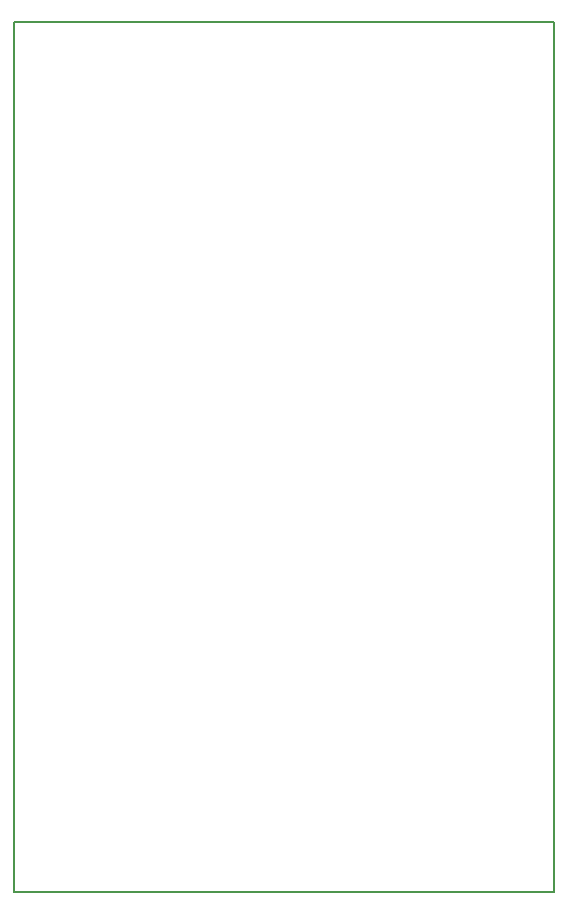
<source format=gbr>
G04 DipTrace 3.2.0.1*
G04 BoardOutline.gbr*
%MOMM*%
G04 #@! TF.FileFunction,Profile*
G04 #@! TF.Part,Single*
%ADD11C,0.14*%
%FSLAX35Y35*%
G04*
G71*
G90*
G75*
G01*
G04 BoardOutline*
%LPD*%
X762000Y1143000D2*
D11*
X-3810000D1*
Y-6223000D1*
X762000D1*
Y1143000D1*
M02*

</source>
